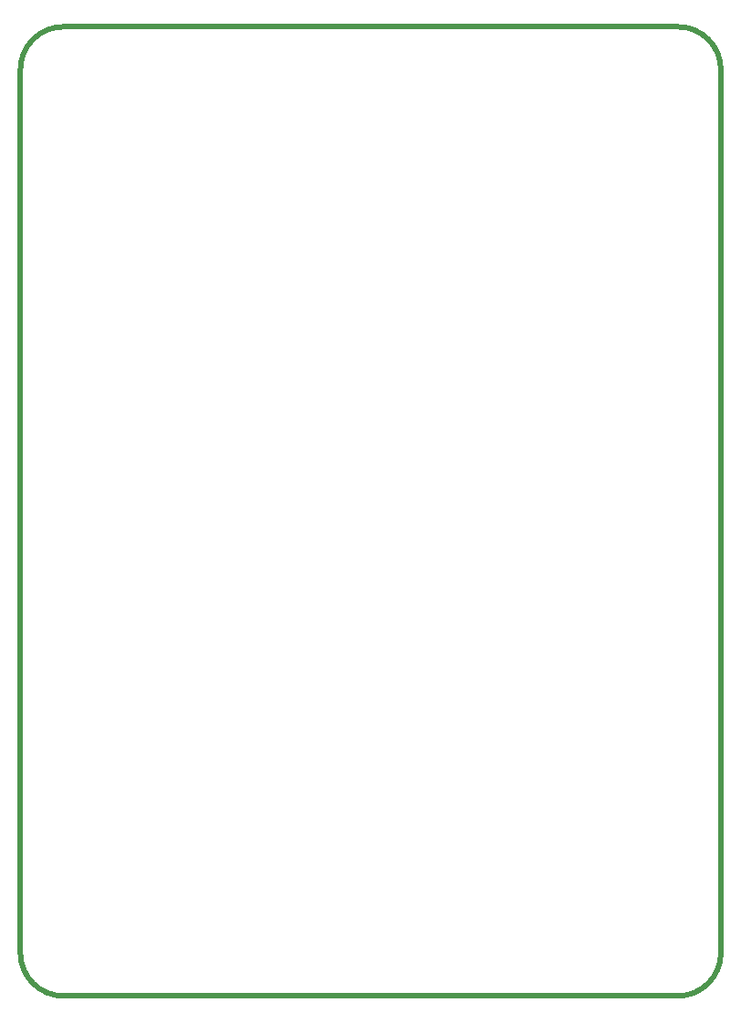
<source format=gbr>
%TF.GenerationSoftware,KiCad,Pcbnew,8.0.5*%
%TF.CreationDate,2024-10-31T02:19:14+01:00*%
%TF.ProjectId,trinket,7472696e-6b65-4742-9e6b-696361645f70,rev?*%
%TF.SameCoordinates,Original*%
%TF.FileFunction,Profile,NP*%
%FSLAX46Y46*%
G04 Gerber Fmt 4.6, Leading zero omitted, Abs format (unit mm)*
G04 Created by KiCad (PCBNEW 8.0.5) date 2024-10-31 02:19:14*
%MOMM*%
%LPD*%
G01*
G04 APERTURE LIST*
%TA.AperFunction,Profile*%
%ADD10C,0.500000*%
%TD*%
G04 APERTURE END LIST*
D10*
X80000000Y-54000000D02*
G75*
G02*
X84000000Y-50000000I4000000J0D01*
G01*
X84000000Y-140000000D02*
G75*
G02*
X80000000Y-136000000I0J4000000D01*
G01*
X145000000Y-136000000D02*
G75*
G02*
X141000000Y-140000000I-4000000J0D01*
G01*
X141000000Y-50000000D02*
G75*
G02*
X145000000Y-54000000I0J-4000000D01*
G01*
X84000000Y-50000000D02*
X141000000Y-50000000D01*
X141000000Y-140000000D02*
X84000000Y-140000000D01*
X80000000Y-136000000D02*
X80000000Y-54000000D01*
X145000000Y-54000000D02*
X145000000Y-136000000D01*
M02*

</source>
